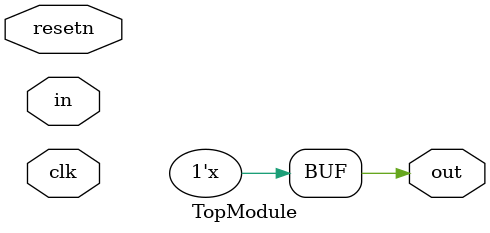
<source format=sv>

module TopModule (
  input clk,
  input resetn,
  input in,
  output out
);
always @(posedge clk or negedge resetn) begin
  if (!resetn) begin
    // Synchronous active-low reset
    shift_reg <= 4'b0000; // Reset to zero on reset
  end else begin
    // Shift operation on positive edge of clock
    shift_reg <= {shift_reg[2:0], in}; // Shift left and insert new input at LSB
  end
end

assign out = shift_reg[3]; // Output from the MSB (last stage)

endmodule

</source>
